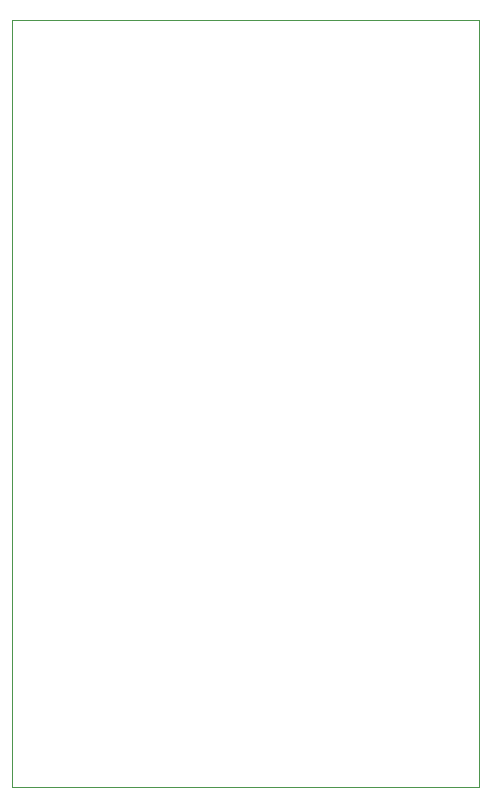
<source format=gbr>
%TF.GenerationSoftware,KiCad,Pcbnew,9.0.2*%
%TF.CreationDate,2025-06-10T20:07:43+02:00*%
%TF.ProjectId,PEH Sensor,50454820-5365-46e7-936f-722e6b696361,rev?*%
%TF.SameCoordinates,Original*%
%TF.FileFunction,Profile,NP*%
%FSLAX46Y46*%
G04 Gerber Fmt 4.6, Leading zero omitted, Abs format (unit mm)*
G04 Created by KiCad (PCBNEW 9.0.2) date 2025-06-10 20:07:43*
%MOMM*%
%LPD*%
G01*
G04 APERTURE LIST*
%TA.AperFunction,Profile*%
%ADD10C,0.050000*%
%TD*%
G04 APERTURE END LIST*
D10*
X126681000Y-58178000D02*
X166181000Y-58178000D01*
X166181000Y-123178000D01*
X126681000Y-123178000D01*
X126681000Y-58178000D01*
M02*

</source>
